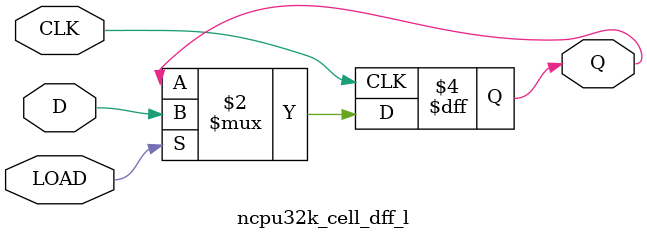
<source format=v>
/**@file
 * Cell - DFF (Data Flip Flop) with Load Port
 */

/***************************************************************************/
/*  Nano-cpu 32000 (Scalable Ultra-Low-Power Processor)                    */
/*                                                                         */
/*  Copyright (C) 2019 cassuto <psc-system@outlook.com>, China.            */
/*  This project is free edition; you can redistribute it and/or           */
/*  modify it under the terms of the GNU Lesser General Public             */
/*  License(GPL) as published by the Free Software Foundation; either      */
/*  version 2.1 of the License, or (at your option) any later version.     */
/*                                                                         */
/*  This project is distributed in the hope that it will be useful,        */
/*  but WITHOUT ANY WARRANTY; without even the implied warranty of         */
/*  MERCHANTABILITY or FITNESS FOR A PARTICULAR PURPOSE.  See the GNU      */
/*  Lesser General Public License for more details.                        */
/***************************************************************************/

`include "ncpu32k_config.h"

module ncpu32k_cell_dff_l # (
   parameter DW = 1 // Data Width in bits
)
(
   input CLK,
   input LOAD,
   input [DW-1:0] D, // Data input
   output reg [DW-1:0] Q // Data output
);
   always @(posedge CLK) begin
     if (LOAD)
       Q <= #1 D;
   end
   
   // synthesis translate_off
`ifndef SYNTHESIS                   

   // Assertions
`ifdef NCPU_ENABLE_ASSERT
   always @(posedge CLK) begin
      if(D == {DW{1'bx}})
         $fatal ("\n dff uncertain state! \n");
   end
`endif

`endif
   // synthesis translate_on
endmodule

</source>
